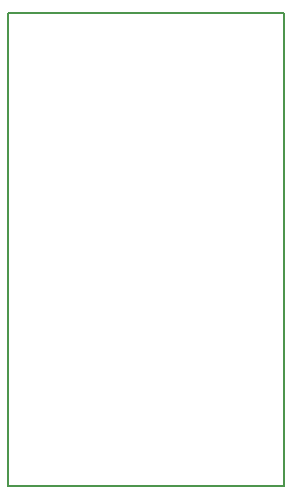
<source format=gbr>
%TF.GenerationSoftware,KiCad,Pcbnew,(6.0.1)*%
%TF.CreationDate,2022-10-01T18:13:18+02:00*%
%TF.ProjectId,test,74657374-2e6b-4696-9361-645f70636258,rev?*%
%TF.SameCoordinates,Original*%
%TF.FileFunction,Profile,NP*%
%FSLAX46Y46*%
G04 Gerber Fmt 4.6, Leading zero omitted, Abs format (unit mm)*
G04 Created by KiCad (PCBNEW (6.0.1)) date 2022-10-01 18:13:18*
%MOMM*%
%LPD*%
G01*
G04 APERTURE LIST*
%TA.AperFunction,Profile*%
%ADD10C,0.200000*%
%TD*%
G04 APERTURE END LIST*
D10*
X133870000Y-56750000D02*
X157230000Y-56750000D01*
X157230000Y-56750000D02*
X157230000Y-96790000D01*
X157230000Y-96790000D02*
X133870000Y-96790000D01*
X133870000Y-96790000D02*
X133870000Y-56750000D01*
M02*

</source>
